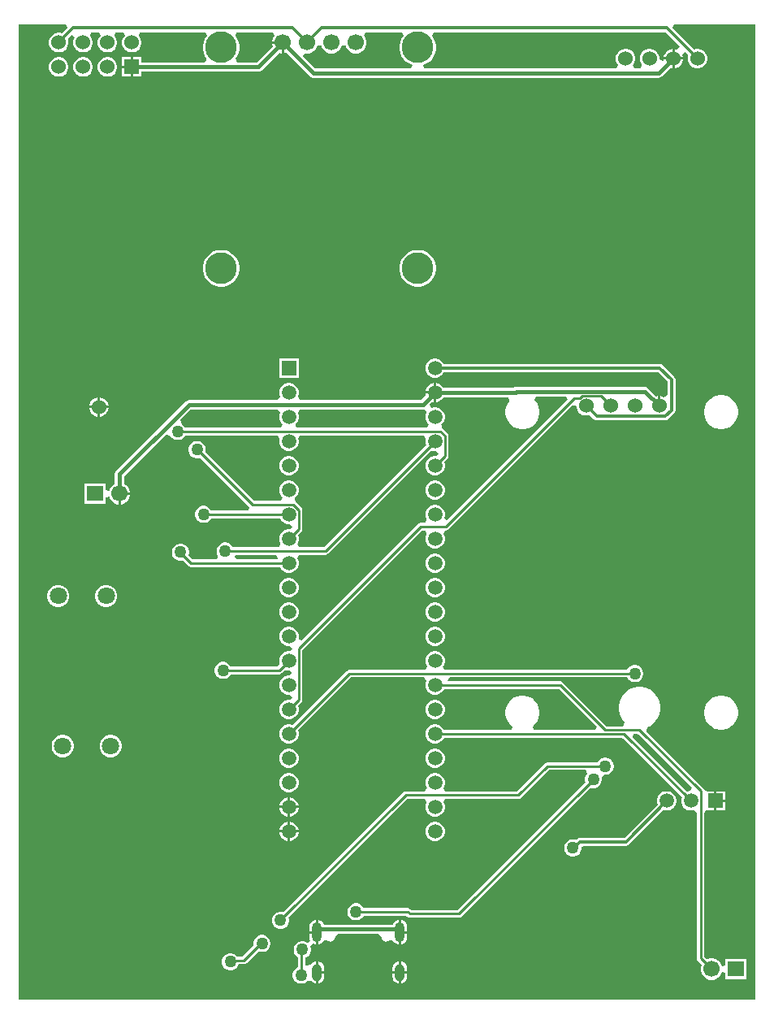
<source format=gbl>
G04*
G04 #@! TF.GenerationSoftware,Altium Limited,Altium Designer,24.6.1 (21)*
G04*
G04 Layer_Physical_Order=2*
G04 Layer_Color=16711680*
%FSLAX25Y25*%
%MOIN*%
G70*
G04*
G04 #@! TF.SameCoordinates,EDD53237-EAC9-4869-82B0-0CFB14AF029E*
G04*
G04*
G04 #@! TF.FilePolarity,Positive*
G04*
G01*
G75*
%ADD10C,0.01000*%
%ADD55C,0.01800*%
%ADD56C,0.01300*%
%ADD59C,0.06000*%
%ADD60R,0.05906X0.05906*%
%ADD61C,0.05906*%
%ADD62O,0.03937X0.07087*%
%ADD63O,0.03937X0.08268*%
%ADD64R,0.06693X0.06200*%
%ADD65C,0.06693*%
%ADD66C,0.07087*%
%ADD67R,0.06000X0.06000*%
%ADD68C,0.05000*%
%ADD69C,0.12992*%
G36*
X402500Y100000D02*
X100000D01*
Y500000D01*
X119500D01*
X120121Y498500D01*
X117890Y496269D01*
X117027Y496500D01*
X115973D01*
X114956Y496227D01*
X114044Y495701D01*
X113299Y494956D01*
X112773Y494044D01*
X112500Y493026D01*
Y491973D01*
X112773Y490956D01*
X113299Y490044D01*
X114044Y489299D01*
X114956Y488772D01*
X115973Y488500D01*
X117027D01*
X118044Y488772D01*
X118956Y489299D01*
X119701Y490044D01*
X120228Y490956D01*
X120500Y491973D01*
Y493026D01*
X120269Y493890D01*
X121884Y495505D01*
X123084Y494584D01*
X122773Y494044D01*
X122500Y493026D01*
Y491973D01*
X122773Y490956D01*
X123299Y490044D01*
X124044Y489299D01*
X124956Y488772D01*
X125973Y488500D01*
X127027D01*
X128044Y488772D01*
X128956Y489299D01*
X129701Y490044D01*
X130227Y490956D01*
X130500Y491973D01*
Y493026D01*
X130227Y494044D01*
X129701Y494956D01*
X129339Y495318D01*
X129881Y496818D01*
X133120D01*
X133661Y495318D01*
X133299Y494956D01*
X132773Y494044D01*
X132500Y493026D01*
Y491973D01*
X132773Y490956D01*
X133299Y490044D01*
X134044Y489299D01*
X134956Y488772D01*
X135974Y488500D01*
X137027D01*
X138044Y488772D01*
X138956Y489299D01*
X139701Y490044D01*
X140227Y490956D01*
X140500Y491973D01*
Y493026D01*
X140227Y494044D01*
X139701Y494956D01*
X139339Y495318D01*
X139881Y496818D01*
X143120D01*
X143661Y495318D01*
X143299Y494956D01*
X142773Y494044D01*
X142500Y493026D01*
Y491973D01*
X142773Y490956D01*
X143299Y490044D01*
X144044Y489299D01*
X144956Y488772D01*
X145974Y488500D01*
X147027D01*
X148044Y488772D01*
X148956Y489299D01*
X149701Y490044D01*
X150227Y490956D01*
X150500Y491973D01*
Y493026D01*
X150227Y494044D01*
X149701Y494956D01*
X149339Y495318D01*
X149881Y496818D01*
X176709D01*
X177331Y495318D01*
X177323Y495310D01*
X176503Y494082D01*
X175938Y492718D01*
X175649Y491270D01*
Y489793D01*
X175938Y488345D01*
X176503Y486981D01*
X177200Y485937D01*
X177016Y485252D01*
X176517Y484437D01*
X150500D01*
Y486500D01*
X147000D01*
Y482500D01*
Y478500D01*
X150500D01*
Y480563D01*
X198500D01*
X199241Y480710D01*
X199870Y481130D01*
X207112Y488372D01*
X207928Y488154D01*
X208000D01*
Y492000D01*
X204153D01*
Y491928D01*
X204372Y491112D01*
X197698Y484437D01*
X189774D01*
X189275Y485252D01*
X189091Y485937D01*
X189788Y486981D01*
X190354Y488345D01*
X190642Y489793D01*
Y491270D01*
X190354Y492718D01*
X189788Y494082D01*
X188968Y495310D01*
X188960Y495318D01*
X189582Y496818D01*
X204550D01*
X205171Y495318D01*
X205022Y495169D01*
X204450Y494178D01*
X204153Y493072D01*
Y493000D01*
X208500D01*
Y492500D01*
X209000D01*
Y488154D01*
X209072D01*
X209888Y488372D01*
X219630Y478630D01*
X220259Y478210D01*
X221000Y478063D01*
X362843D01*
X363584Y478210D01*
X364212Y478630D01*
X367737Y482155D01*
X368316Y482000D01*
X368343D01*
Y485500D01*
X364843D01*
Y485473D01*
X364858Y485415D01*
X364443Y485063D01*
X363798Y485247D01*
X363000Y485807D01*
Y486527D01*
X362727Y487544D01*
X362201Y488456D01*
X361456Y489201D01*
X360544Y489727D01*
X359527Y490000D01*
X358473D01*
X357456Y489727D01*
X356544Y489201D01*
X355799Y488456D01*
X355273Y487544D01*
X355000Y486527D01*
Y485473D01*
X355273Y484456D01*
X355799Y483544D01*
X355906Y483437D01*
X355285Y481937D01*
X352873D01*
X352252Y483437D01*
X352358Y483544D01*
X352885Y484456D01*
X353157Y485473D01*
Y486527D01*
X352885Y487544D01*
X352358Y488456D01*
X351613Y489201D01*
X350701Y489727D01*
X349684Y490000D01*
X348631D01*
X347614Y489727D01*
X346701Y489201D01*
X345957Y488456D01*
X345430Y487544D01*
X345157Y486527D01*
Y485473D01*
X345430Y484456D01*
X345957Y483544D01*
X346063Y483437D01*
X345442Y481937D01*
X266461D01*
X266041Y483323D01*
X267405Y483888D01*
X268633Y484709D01*
X269677Y485753D01*
X270497Y486981D01*
X271062Y488345D01*
X271351Y489793D01*
Y491270D01*
X271062Y492718D01*
X270497Y494082D01*
X269677Y495310D01*
X269669Y495318D01*
X270290Y496818D01*
X365488D01*
X371475Y490831D01*
X370553Y489631D01*
X370387Y489727D01*
X369369Y490000D01*
X369343D01*
Y486500D01*
X372843D01*
Y486527D01*
X372570Y487544D01*
X372474Y487711D01*
X373674Y488632D01*
X374916Y487390D01*
X374685Y486527D01*
Y485473D01*
X374958Y484456D01*
X375484Y483544D01*
X376229Y482799D01*
X377141Y482273D01*
X378158Y482000D01*
X379212D01*
X380229Y482273D01*
X381141Y482799D01*
X381886Y483544D01*
X382412Y484456D01*
X382685Y485473D01*
Y486527D01*
X382412Y487544D01*
X381886Y488456D01*
X381141Y489201D01*
X380229Y489727D01*
X379212Y490000D01*
X378158D01*
X377295Y489769D01*
X368564Y498500D01*
X369185Y500000D01*
X402500D01*
Y100000D01*
D02*
G37*
G36*
X258040Y495318D02*
X258032Y495310D01*
X257211Y494082D01*
X256646Y492718D01*
X256358Y491270D01*
Y489793D01*
X256646Y488345D01*
X257211Y486981D01*
X258032Y485753D01*
X259076Y484709D01*
X260304Y483888D01*
X261668Y483323D01*
X261248Y481937D01*
X221802D01*
X216850Y486889D01*
X217627Y488234D01*
X217928Y488154D01*
X219072D01*
X220178Y488450D01*
X221169Y489022D01*
X221978Y489831D01*
X222550Y490822D01*
X222724Y491469D01*
X224276D01*
X224450Y490822D01*
X225022Y489831D01*
X225831Y489022D01*
X226822Y488450D01*
X227928Y488154D01*
X229072D01*
X230178Y488450D01*
X231169Y489022D01*
X231978Y489831D01*
X232550Y490822D01*
X232723Y491469D01*
X234277D01*
X234450Y490822D01*
X235022Y489831D01*
X235831Y489022D01*
X236822Y488450D01*
X237928Y488154D01*
X239072D01*
X240178Y488450D01*
X241169Y489022D01*
X241978Y489831D01*
X242550Y490822D01*
X242846Y491928D01*
Y493072D01*
X242550Y494178D01*
X241978Y495169D01*
X241829Y495318D01*
X242450Y496818D01*
X257418D01*
X258040Y495318D01*
D02*
G37*
%LPC*%
G36*
X368343Y490000D02*
X368316D01*
X367299Y489727D01*
X366387Y489201D01*
X365642Y488456D01*
X365115Y487544D01*
X364843Y486527D01*
Y486500D01*
X368343D01*
Y490000D01*
D02*
G37*
G36*
X146000Y486500D02*
X142500D01*
Y483000D01*
X146000D01*
Y486500D01*
D02*
G37*
G36*
X372843Y485500D02*
X369343D01*
Y482000D01*
X369369D01*
X370387Y482273D01*
X371299Y482799D01*
X372043Y483544D01*
X372570Y484456D01*
X372843Y485473D01*
Y485500D01*
D02*
G37*
G36*
X146000Y482000D02*
X142500D01*
Y478500D01*
X146000D01*
Y482000D01*
D02*
G37*
G36*
X137027Y486500D02*
X135974D01*
X134956Y486227D01*
X134044Y485701D01*
X133299Y484956D01*
X132773Y484044D01*
X132500Y483027D01*
Y481973D01*
X132773Y480956D01*
X133299Y480044D01*
X134044Y479299D01*
X134956Y478773D01*
X135974Y478500D01*
X137027D01*
X138044Y478773D01*
X138956Y479299D01*
X139701Y480044D01*
X140227Y480956D01*
X140500Y481973D01*
Y483027D01*
X140227Y484044D01*
X139701Y484956D01*
X138956Y485701D01*
X138044Y486227D01*
X137027Y486500D01*
D02*
G37*
G36*
X127027D02*
X125973D01*
X124956Y486227D01*
X124044Y485701D01*
X123299Y484956D01*
X122773Y484044D01*
X122500Y483027D01*
Y481973D01*
X122773Y480956D01*
X123299Y480044D01*
X124044Y479299D01*
X124956Y478773D01*
X125973Y478500D01*
X127027D01*
X128044Y478773D01*
X128956Y479299D01*
X129701Y480044D01*
X130227Y480956D01*
X130500Y481973D01*
Y483027D01*
X130227Y484044D01*
X129701Y484956D01*
X128956Y485701D01*
X128044Y486227D01*
X127027Y486500D01*
D02*
G37*
G36*
X117027Y486500D02*
X115973D01*
X114956Y486227D01*
X114044Y485701D01*
X113299Y484956D01*
X112773Y484044D01*
X112500Y483026D01*
Y481973D01*
X112773Y480956D01*
X113299Y480044D01*
X114044Y479299D01*
X114956Y478772D01*
X115973Y478500D01*
X117027D01*
X118044Y478772D01*
X118956Y479299D01*
X119701Y480044D01*
X120228Y480956D01*
X120500Y481973D01*
Y483026D01*
X120228Y484044D01*
X119701Y484956D01*
X118956Y485701D01*
X118044Y486227D01*
X117027Y486500D01*
D02*
G37*
G36*
X264593Y407477D02*
X263116D01*
X261668Y407188D01*
X260304Y406623D01*
X259076Y405803D01*
X258032Y404759D01*
X257211Y403531D01*
X256646Y402167D01*
X256358Y400719D01*
Y399242D01*
X256646Y397794D01*
X257211Y396430D01*
X258032Y395202D01*
X259076Y394158D01*
X260304Y393337D01*
X261668Y392772D01*
X263116Y392484D01*
X264593D01*
X266041Y392772D01*
X267405Y393337D01*
X268633Y394158D01*
X269677Y395202D01*
X270497Y396430D01*
X271062Y397794D01*
X271351Y399242D01*
Y400719D01*
X271062Y402167D01*
X270497Y403531D01*
X269677Y404759D01*
X268633Y405803D01*
X267405Y406623D01*
X266041Y407188D01*
X264593Y407477D01*
D02*
G37*
G36*
X183884D02*
X182407D01*
X180959Y407188D01*
X179595Y406623D01*
X178367Y405803D01*
X177323Y404759D01*
X176503Y403531D01*
X175938Y402167D01*
X175649Y400719D01*
Y399242D01*
X175938Y397794D01*
X176503Y396430D01*
X177323Y395202D01*
X178367Y394158D01*
X179595Y393337D01*
X180959Y392772D01*
X182407Y392484D01*
X183884D01*
X185332Y392772D01*
X186696Y393337D01*
X187924Y394158D01*
X188968Y395202D01*
X189788Y396430D01*
X190354Y397794D01*
X190642Y399242D01*
Y400719D01*
X190354Y402167D01*
X189788Y403531D01*
X188968Y404759D01*
X187924Y405803D01*
X186696Y406623D01*
X185332Y407188D01*
X183884Y407477D01*
D02*
G37*
G36*
X214953Y362953D02*
X207047D01*
Y355047D01*
X214953D01*
Y362953D01*
D02*
G37*
G36*
X270500Y352953D02*
X270480D01*
X269474Y352683D01*
X268573Y352163D01*
X267837Y351427D01*
X267317Y350526D01*
X267047Y349520D01*
Y349500D01*
X270500D01*
Y352953D01*
D02*
G37*
G36*
X388354Y347978D02*
X388352Y347977D01*
X388350Y347978D01*
X387713Y347973D01*
X387663Y347951D01*
X387608Y347961D01*
X386362Y347704D01*
X386317Y347673D01*
X386262Y347672D01*
X385089Y347178D01*
X385051Y347138D01*
X384997Y347127D01*
X383943Y346415D01*
X383912Y346369D01*
X383861Y346347D01*
X382965Y345444D01*
X382945Y345392D01*
X382899Y345362D01*
X382195Y344301D01*
X382185Y344247D01*
X382146Y344208D01*
X381662Y343032D01*
X381662Y342976D01*
X381631Y342931D01*
X381384Y341682D01*
X381395Y341628D01*
X381374Y341577D01*
Y340305D01*
X381395Y340254D01*
X381384Y340200D01*
X381631Y338952D01*
X381662Y338906D01*
X381662Y338851D01*
X382146Y337674D01*
X382185Y337635D01*
X382195Y337581D01*
X382899Y336521D01*
X382945Y336490D01*
X382965Y336439D01*
X383861Y335535D01*
X383912Y335514D01*
X383943Y335468D01*
X384997Y334755D01*
X385051Y334744D01*
X385089Y334705D01*
X386262Y334210D01*
X386317Y334210D01*
X386362Y334179D01*
X387609Y333921D01*
X387663Y333931D01*
X387713Y333910D01*
X388350Y333904D01*
X388354Y333906D01*
X388359Y333904D01*
X388995Y333910D01*
X389046Y333931D01*
X389100Y333921D01*
X390346Y334179D01*
X390392Y334210D01*
X390447Y334210D01*
X391619Y334705D01*
X391658Y334744D01*
X391712Y334755D01*
X392766Y335468D01*
X392796Y335514D01*
X392847Y335535D01*
X393743Y336439D01*
X393764Y336490D01*
X393810Y336521D01*
X394513Y337581D01*
X394524Y337635D01*
X394563Y337674D01*
X395047Y338851D01*
X395047Y338906D01*
X395077Y338952D01*
X395324Y340200D01*
X395314Y340254D01*
X395335Y340305D01*
Y341577D01*
X395314Y341628D01*
X395324Y341682D01*
X395077Y342931D01*
X395047Y342976D01*
X395047Y343032D01*
X394563Y344208D01*
X394524Y344247D01*
X394513Y344301D01*
X393810Y345362D01*
X393764Y345392D01*
X393743Y345444D01*
X392847Y346347D01*
X392796Y346369D01*
X392766Y346415D01*
X391712Y347127D01*
X391658Y347138D01*
X391619Y347178D01*
X390447Y347672D01*
X390392Y347673D01*
X390346Y347704D01*
X389100Y347961D01*
X389046Y347951D01*
X388995Y347973D01*
X388359Y347978D01*
X388357Y347977D01*
X388354Y347978D01*
D02*
G37*
G36*
X271520Y362953D02*
X270480D01*
X269474Y362683D01*
X268573Y362163D01*
X267837Y361427D01*
X267317Y360526D01*
X267047Y359520D01*
Y358480D01*
X267317Y357474D01*
X267837Y356573D01*
X268573Y355837D01*
X269474Y355317D01*
X270480Y355047D01*
X271520D01*
X272526Y355317D01*
X273427Y355837D01*
X274163Y356573D01*
X274593Y357318D01*
X362503D01*
X366318Y353503D01*
Y347855D01*
X364818Y347070D01*
X364544Y347227D01*
X363527Y347500D01*
X363500D01*
Y343500D01*
X362500D01*
Y347500D01*
X362474D01*
X361895Y347345D01*
X358470Y350770D01*
X357841Y351190D01*
X357100Y351337D01*
X304370D01*
X303629Y351190D01*
X303251Y350937D01*
X274446D01*
X274163Y351427D01*
X273427Y352163D01*
X272526Y352683D01*
X271520Y352953D01*
X271500D01*
Y349000D01*
Y345047D01*
X271520D01*
X272526Y345317D01*
X273427Y345837D01*
X274163Y346573D01*
X274446Y347063D01*
X300962D01*
X301588Y345563D01*
X301469Y345444D01*
X301449Y345392D01*
X301403Y345362D01*
X300699Y344301D01*
X300689Y344247D01*
X300650Y344208D01*
X300166Y343032D01*
X300166Y342976D01*
X300135Y342931D01*
X299888Y341682D01*
X299899Y341628D01*
X299878Y341577D01*
Y340305D01*
X299899Y340254D01*
X299888Y340200D01*
X300135Y338952D01*
X300166Y338906D01*
X300166Y338851D01*
X300650Y337674D01*
X300689Y337635D01*
X300699Y337581D01*
X301403Y336521D01*
X301449Y336490D01*
X301469Y336439D01*
X302365Y335535D01*
X302416Y335514D01*
X302447Y335468D01*
X303501Y334755D01*
X303555Y334744D01*
X303593Y334705D01*
X304766Y334210D01*
X304821Y334210D01*
X304866Y334179D01*
X306113Y333921D01*
X306167Y333931D01*
X306217Y333910D01*
X306854Y333904D01*
X306858Y333906D01*
X306863Y333904D01*
X307499Y333910D01*
X307550Y333931D01*
X307604Y333921D01*
X308850Y334179D01*
X308896Y334210D01*
X308951Y334210D01*
X310123Y334705D01*
X310162Y334744D01*
X310216Y334755D01*
X311270Y335468D01*
X311300Y335514D01*
X311351Y335535D01*
X312247Y336439D01*
X312268Y336490D01*
X312314Y336521D01*
X313017Y337581D01*
X313028Y337635D01*
X313067Y337674D01*
X313551Y338851D01*
X313551Y338906D01*
X313581Y338952D01*
X313828Y340200D01*
X313818Y340254D01*
X313839Y340305D01*
Y341577D01*
X313818Y341628D01*
X313828Y341682D01*
X313581Y342931D01*
X313551Y342976D01*
X313551Y343032D01*
X313067Y344208D01*
X313028Y344247D01*
X313017Y344301D01*
X312314Y345362D01*
X312268Y345392D01*
X312247Y345444D01*
X311733Y345963D01*
X312275Y347463D01*
X324840D01*
X325414Y346077D01*
X275874Y296537D01*
X274674Y297458D01*
X274683Y297474D01*
X274953Y298480D01*
Y299520D01*
X274683Y300526D01*
X274163Y301427D01*
X273427Y302163D01*
X272526Y302683D01*
X271520Y302953D01*
X270480D01*
X269474Y302683D01*
X268573Y302163D01*
X267837Y301427D01*
X267317Y300526D01*
X267047Y299520D01*
Y298480D01*
X267317Y297474D01*
X267573Y297029D01*
X267033Y295787D01*
X266769Y295529D01*
X265000D01*
X264415Y295413D01*
X263919Y295081D01*
X216209Y247372D01*
X214864Y248148D01*
X214953Y248480D01*
Y249520D01*
X214683Y250526D01*
X214163Y251427D01*
X213427Y252163D01*
X212526Y252683D01*
X211520Y252953D01*
X210480D01*
X209474Y252683D01*
X208573Y252163D01*
X207837Y251427D01*
X207317Y250526D01*
X207047Y249520D01*
Y248480D01*
X207317Y247474D01*
X207837Y246573D01*
X208573Y245837D01*
X209474Y245317D01*
X210480Y245047D01*
X211520D01*
X212555Y243891D01*
X211520Y242953D01*
X210480D01*
X209474Y242683D01*
X208573Y242163D01*
X207837Y241427D01*
X207317Y240526D01*
X207047Y239520D01*
Y238480D01*
X207268Y237656D01*
X206297Y236529D01*
X187159D01*
X186801Y237149D01*
X186149Y237801D01*
X185351Y238262D01*
X184461Y238500D01*
X183539D01*
X182649Y238262D01*
X181851Y237801D01*
X181199Y237149D01*
X180738Y236351D01*
X180500Y235461D01*
Y234539D01*
X180738Y233649D01*
X181199Y232851D01*
X181851Y232199D01*
X182649Y231738D01*
X183539Y231500D01*
X184461D01*
X185351Y231738D01*
X186149Y232199D01*
X186801Y232851D01*
X187159Y233471D01*
X207000D01*
X207585Y233587D01*
X208081Y233919D01*
X209478Y235315D01*
X210480Y235047D01*
X211520D01*
X212355Y234000D01*
X212226Y233839D01*
X211093Y232953D01*
X210480D01*
X209474Y232683D01*
X208573Y232163D01*
X207837Y231427D01*
X207317Y230526D01*
X207047Y229520D01*
Y228480D01*
X207317Y227474D01*
X207837Y226573D01*
X208573Y225837D01*
X209474Y225317D01*
X210480Y225047D01*
X211520D01*
X212502Y224087D01*
X211788Y223262D01*
X211277Y222953D01*
X210480D01*
X209474Y222683D01*
X208573Y222163D01*
X207837Y221427D01*
X207317Y220526D01*
X207047Y219520D01*
Y218480D01*
X207317Y217474D01*
X207837Y216573D01*
X208573Y215837D01*
X209474Y215317D01*
X210480Y215047D01*
X211520D01*
X212526Y215317D01*
X213427Y215837D01*
X214163Y216573D01*
X214683Y217474D01*
X214953Y218480D01*
Y219520D01*
X214685Y220522D01*
X216081Y221919D01*
X216413Y222415D01*
X216529Y223000D01*
Y243367D01*
X265634Y292471D01*
X266769D01*
X267033Y292213D01*
X267573Y290971D01*
X267317Y290526D01*
X267047Y289520D01*
Y288480D01*
X267317Y287474D01*
X267837Y286573D01*
X268573Y285837D01*
X269474Y285317D01*
X270480Y285047D01*
X271520D01*
X272526Y285317D01*
X273427Y285837D01*
X274163Y286573D01*
X274683Y287474D01*
X274953Y288480D01*
Y289520D01*
X274683Y290526D01*
X274427Y290971D01*
X274968Y292213D01*
X275231Y292471D01*
X275500D01*
X276085Y292587D01*
X276581Y292919D01*
X327500Y343837D01*
X329000Y343216D01*
Y342973D01*
X329273Y341956D01*
X329800Y341044D01*
X330544Y340299D01*
X331456Y339773D01*
X332474Y339500D01*
X333527D01*
X334390Y339731D01*
X336110Y338010D01*
X336656Y337646D01*
X337300Y337518D01*
X337300Y337518D01*
X365400D01*
X366044Y337646D01*
X366590Y338010D01*
X369190Y340610D01*
X369190Y340610D01*
X369554Y341156D01*
X369682Y341800D01*
X369682Y341800D01*
Y354200D01*
X369682Y354200D01*
X369554Y354844D01*
X369190Y355390D01*
X369190Y355390D01*
X364390Y360190D01*
X363844Y360554D01*
X363200Y360682D01*
X274593D01*
X274163Y361427D01*
X273427Y362163D01*
X272526Y362683D01*
X271520Y362953D01*
D02*
G37*
G36*
X211520Y352953D02*
X210480D01*
X209474Y352683D01*
X208573Y352163D01*
X207837Y351427D01*
X207317Y350526D01*
X207047Y349520D01*
Y348480D01*
X207317Y347474D01*
X207338Y347437D01*
X206472Y345937D01*
X170000D01*
X169259Y345790D01*
X168630Y345370D01*
X140130Y316870D01*
X139710Y316241D01*
X139563Y315500D01*
Y311400D01*
X138831Y310978D01*
X138022Y310169D01*
X137450Y309178D01*
X137346Y308792D01*
X135846Y308990D01*
Y311600D01*
X127154D01*
Y303400D01*
X135846D01*
Y306010D01*
X137346Y306208D01*
X137450Y305822D01*
X138022Y304831D01*
X138831Y304022D01*
X139822Y303450D01*
X140928Y303153D01*
X141000D01*
Y307500D01*
X141500D01*
Y308000D01*
X145846D01*
Y308072D01*
X145550Y309178D01*
X144978Y310169D01*
X144169Y310978D01*
X143437Y311400D01*
Y314698D01*
X160465Y331726D01*
X161164Y331692D01*
X162211Y331350D01*
X162499Y330851D01*
X163151Y330199D01*
X163949Y329738D01*
X164839Y329500D01*
X165761D01*
X166651Y329738D01*
X167449Y330199D01*
X168101Y330851D01*
X168458Y331471D01*
X206130D01*
X206437Y331226D01*
X207168Y329971D01*
X207047Y329520D01*
Y328480D01*
X207317Y327474D01*
X207837Y326573D01*
X208573Y325837D01*
X209474Y325317D01*
X210480Y325047D01*
X211520D01*
X212526Y325317D01*
X213427Y325837D01*
X214163Y326573D01*
X214683Y327474D01*
X214953Y328480D01*
Y329520D01*
X214832Y329971D01*
X215563Y331226D01*
X215870Y331471D01*
X266130D01*
X266437Y331226D01*
X267168Y329971D01*
X267047Y329520D01*
Y328480D01*
X267316Y327478D01*
X225366Y285529D01*
X215231D01*
X214967Y285787D01*
X214426Y287029D01*
X214683Y287474D01*
X214953Y288480D01*
Y289520D01*
X214685Y290522D01*
X216081Y291919D01*
X216413Y292415D01*
X216529Y293000D01*
Y300800D01*
X216413Y301385D01*
X216081Y301881D01*
X213881Y304081D01*
X213652Y304235D01*
X213467Y305412D01*
X213508Y305918D01*
X214163Y306573D01*
X214683Y307474D01*
X214953Y308480D01*
Y309520D01*
X214683Y310526D01*
X214163Y311427D01*
X213427Y312163D01*
X212526Y312683D01*
X211520Y312953D01*
X210480D01*
X209474Y312683D01*
X208573Y312163D01*
X207837Y311427D01*
X207317Y310526D01*
X207047Y309520D01*
Y308480D01*
X207317Y307474D01*
X207837Y306573D01*
X208381Y306029D01*
X208237Y305240D01*
X207838Y304529D01*
X196634D01*
X176715Y324448D01*
X176900Y325139D01*
Y326061D01*
X176662Y326951D01*
X176201Y327749D01*
X175549Y328401D01*
X174751Y328861D01*
X173861Y329100D01*
X172939D01*
X172049Y328861D01*
X171251Y328401D01*
X170599Y327749D01*
X170139Y326951D01*
X169900Y326061D01*
Y325139D01*
X170139Y324249D01*
X170599Y323451D01*
X171251Y322799D01*
X172049Y322339D01*
X172939Y322100D01*
X173861D01*
X174552Y322285D01*
X194808Y302029D01*
X194759Y301561D01*
X194298Y300529D01*
X179158D01*
X178801Y301149D01*
X178149Y301801D01*
X177351Y302261D01*
X176461Y302500D01*
X175539D01*
X174649Y302261D01*
X173851Y301801D01*
X173199Y301149D01*
X172739Y300351D01*
X172500Y299461D01*
Y298539D01*
X172739Y297649D01*
X173199Y296851D01*
X173851Y296199D01*
X174649Y295739D01*
X175539Y295500D01*
X176461D01*
X177351Y295739D01*
X178149Y296199D01*
X178801Y296851D01*
X179158Y297471D01*
X207319D01*
X207837Y296573D01*
X208573Y295837D01*
X209474Y295317D01*
X210480Y295047D01*
X211520D01*
X212502Y294087D01*
X211788Y293262D01*
X211277Y292953D01*
X210480D01*
X209474Y292683D01*
X208573Y292163D01*
X207837Y291427D01*
X207317Y290526D01*
X207047Y289520D01*
Y288480D01*
X207317Y287474D01*
X207574Y287029D01*
X207032Y285787D01*
X206769Y285529D01*
X187959D01*
X187601Y286149D01*
X186949Y286801D01*
X186151Y287262D01*
X185261Y287500D01*
X184339D01*
X183449Y287262D01*
X182651Y286801D01*
X181999Y286149D01*
X181538Y285351D01*
X181300Y284461D01*
Y283539D01*
X181538Y282649D01*
X181896Y282029D01*
X181688Y281336D01*
X181200Y280529D01*
X171324D01*
X169741Y282113D01*
X169762Y282149D01*
X170000Y283039D01*
Y283961D01*
X169762Y284851D01*
X169301Y285649D01*
X168649Y286301D01*
X167851Y286761D01*
X166961Y287000D01*
X166039D01*
X165149Y286761D01*
X164351Y286301D01*
X163699Y285649D01*
X163239Y284851D01*
X163000Y283961D01*
Y283039D01*
X163239Y282149D01*
X163699Y281351D01*
X164351Y280699D01*
X165149Y280239D01*
X166039Y280000D01*
X166961D01*
X167408Y280120D01*
X169609Y277919D01*
X170106Y277587D01*
X170691Y277471D01*
X207319D01*
X207837Y276573D01*
X208573Y275837D01*
X209474Y275317D01*
X210480Y275047D01*
X211520D01*
X212526Y275317D01*
X213427Y275837D01*
X214163Y276573D01*
X214683Y277474D01*
X214953Y278480D01*
Y279520D01*
X214683Y280526D01*
X214426Y280971D01*
X214967Y282213D01*
X215231Y282471D01*
X226000D01*
X226585Y282587D01*
X227081Y282919D01*
X269478Y325315D01*
X270480Y325047D01*
X271520D01*
X272502Y324087D01*
X271788Y323262D01*
X271277Y322953D01*
X270480D01*
X269474Y322683D01*
X268573Y322163D01*
X267837Y321427D01*
X267317Y320526D01*
X267047Y319520D01*
Y318480D01*
X267317Y317474D01*
X267837Y316573D01*
X268573Y315837D01*
X269474Y315317D01*
X270480Y315047D01*
X271520D01*
X272526Y315317D01*
X273427Y315837D01*
X274163Y316573D01*
X274683Y317474D01*
X274953Y318480D01*
Y319520D01*
X274685Y320522D01*
X276081Y321919D01*
X276413Y322415D01*
X276529Y323000D01*
Y331200D01*
X276413Y331785D01*
X276081Y332281D01*
X274281Y334081D01*
X273867Y334359D01*
X273623Y335179D01*
X273574Y335984D01*
X274163Y336573D01*
X274683Y337474D01*
X274953Y338480D01*
Y339520D01*
X274683Y340526D01*
X274163Y341427D01*
X273427Y342163D01*
X272526Y342683D01*
X271520Y342953D01*
X270480D01*
X269474Y342683D01*
X268719Y343979D01*
X269933Y345194D01*
X270480Y345047D01*
X270500D01*
Y348500D01*
X267047D01*
Y348480D01*
X267194Y347933D01*
X265198Y345937D01*
X215528D01*
X214662Y347437D01*
X214683Y347474D01*
X214953Y348480D01*
Y349520D01*
X214683Y350526D01*
X214163Y351427D01*
X213427Y352163D01*
X212526Y352683D01*
X211520Y352953D01*
D02*
G37*
G36*
X133527Y347100D02*
X133500D01*
Y343600D01*
X137000D01*
Y343627D01*
X136727Y344644D01*
X136201Y345556D01*
X135456Y346301D01*
X134544Y346827D01*
X133527Y347100D01*
D02*
G37*
G36*
X132500D02*
X132473D01*
X131456Y346827D01*
X130544Y346301D01*
X129799Y345556D01*
X129273Y344644D01*
X129000Y343627D01*
Y343600D01*
X132500D01*
Y347100D01*
D02*
G37*
G36*
X137000Y342600D02*
X133500D01*
Y339100D01*
X133527D01*
X134544Y339373D01*
X135456Y339899D01*
X136201Y340644D01*
X136727Y341556D01*
X137000Y342573D01*
Y342600D01*
D02*
G37*
G36*
X132500D02*
X129000D01*
Y342573D01*
X129273Y341556D01*
X129799Y340644D01*
X130544Y339899D01*
X131456Y339373D01*
X132473Y339100D01*
X132500D01*
Y342600D01*
D02*
G37*
G36*
X211520Y322953D02*
X210480D01*
X209474Y322683D01*
X208573Y322163D01*
X207837Y321427D01*
X207317Y320526D01*
X207047Y319520D01*
Y318480D01*
X207317Y317474D01*
X207837Y316573D01*
X208573Y315837D01*
X209474Y315317D01*
X210480Y315047D01*
X211520D01*
X212526Y315317D01*
X213427Y315837D01*
X214163Y316573D01*
X214683Y317474D01*
X214953Y318480D01*
Y319520D01*
X214683Y320526D01*
X214163Y321427D01*
X213427Y322163D01*
X212526Y322683D01*
X211520Y322953D01*
D02*
G37*
G36*
X271520Y312953D02*
X270480D01*
X269474Y312683D01*
X268573Y312163D01*
X267837Y311427D01*
X267317Y310526D01*
X267047Y309520D01*
Y308480D01*
X267317Y307474D01*
X267837Y306573D01*
X268573Y305837D01*
X269474Y305317D01*
X270480Y305047D01*
X271520D01*
X272526Y305317D01*
X273427Y305837D01*
X274163Y306573D01*
X274683Y307474D01*
X274953Y308480D01*
Y309520D01*
X274683Y310526D01*
X274163Y311427D01*
X273427Y312163D01*
X272526Y312683D01*
X271520Y312953D01*
D02*
G37*
G36*
X145846Y307000D02*
X142000D01*
Y303153D01*
X142072D01*
X143178Y303450D01*
X144169Y304022D01*
X144978Y304831D01*
X145550Y305822D01*
X145846Y306928D01*
Y307000D01*
D02*
G37*
G36*
X271520Y282953D02*
X270480D01*
X269474Y282683D01*
X268573Y282163D01*
X267837Y281427D01*
X267317Y280526D01*
X267047Y279520D01*
Y278480D01*
X267317Y277474D01*
X267837Y276573D01*
X268573Y275837D01*
X269474Y275317D01*
X270480Y275047D01*
X271520D01*
X272526Y275317D01*
X273427Y275837D01*
X274163Y276573D01*
X274683Y277474D01*
X274953Y278480D01*
Y279520D01*
X274683Y280526D01*
X274163Y281427D01*
X273427Y282163D01*
X272526Y282683D01*
X271520Y282953D01*
D02*
G37*
G36*
Y272953D02*
X270480D01*
X269474Y272683D01*
X268573Y272163D01*
X267837Y271427D01*
X267317Y270526D01*
X267047Y269520D01*
Y268480D01*
X267317Y267474D01*
X267837Y266573D01*
X268573Y265837D01*
X269474Y265317D01*
X270480Y265047D01*
X271520D01*
X272526Y265317D01*
X273427Y265837D01*
X274163Y266573D01*
X274683Y267474D01*
X274953Y268480D01*
Y269520D01*
X274683Y270526D01*
X274163Y271427D01*
X273427Y272163D01*
X272526Y272683D01*
X271520Y272953D01*
D02*
G37*
G36*
X211520D02*
X210480D01*
X209474Y272683D01*
X208573Y272163D01*
X207837Y271427D01*
X207317Y270526D01*
X207047Y269520D01*
Y268480D01*
X207317Y267474D01*
X207837Y266573D01*
X208573Y265837D01*
X209474Y265317D01*
X210480Y265047D01*
X211520D01*
X212526Y265317D01*
X213427Y265837D01*
X214163Y266573D01*
X214683Y267474D01*
X214953Y268480D01*
Y269520D01*
X214683Y270526D01*
X214163Y271427D01*
X213427Y272163D01*
X212526Y272683D01*
X211520Y272953D01*
D02*
G37*
G36*
X136599Y270043D02*
X135403D01*
X134247Y269734D01*
X133211Y269135D01*
X132365Y268290D01*
X131767Y267254D01*
X131457Y266098D01*
Y264902D01*
X131767Y263746D01*
X132365Y262710D01*
X133211Y261864D01*
X134247Y261266D01*
X135403Y260957D01*
X136599D01*
X137754Y261266D01*
X138791Y261864D01*
X139636Y262710D01*
X140234Y263746D01*
X140544Y264902D01*
Y266098D01*
X140234Y267254D01*
X139636Y268290D01*
X138791Y269135D01*
X137754Y269734D01*
X136599Y270043D01*
D02*
G37*
G36*
X116914D02*
X115718D01*
X114562Y269734D01*
X113526Y269135D01*
X112680Y268290D01*
X112082Y267254D01*
X111773Y266098D01*
Y264902D01*
X112082Y263746D01*
X112680Y262710D01*
X113526Y261864D01*
X114562Y261266D01*
X115718Y260957D01*
X116914D01*
X118070Y261266D01*
X119105Y261864D01*
X119951Y262710D01*
X120549Y263746D01*
X120859Y264902D01*
Y266098D01*
X120549Y267254D01*
X119951Y268290D01*
X119105Y269135D01*
X118070Y269734D01*
X116914Y270043D01*
D02*
G37*
G36*
X271520Y262953D02*
X270480D01*
X269474Y262683D01*
X268573Y262163D01*
X267837Y261427D01*
X267317Y260526D01*
X267047Y259520D01*
Y258480D01*
X267317Y257474D01*
X267837Y256573D01*
X268573Y255837D01*
X269474Y255317D01*
X270480Y255047D01*
X271520D01*
X272526Y255317D01*
X273427Y255837D01*
X274163Y256573D01*
X274683Y257474D01*
X274953Y258480D01*
Y259520D01*
X274683Y260526D01*
X274163Y261427D01*
X273427Y262163D01*
X272526Y262683D01*
X271520Y262953D01*
D02*
G37*
G36*
X211520D02*
X210480D01*
X209474Y262683D01*
X208573Y262163D01*
X207837Y261427D01*
X207317Y260526D01*
X207047Y259520D01*
Y258480D01*
X207317Y257474D01*
X207837Y256573D01*
X208573Y255837D01*
X209474Y255317D01*
X210480Y255047D01*
X211520D01*
X212526Y255317D01*
X213427Y255837D01*
X214163Y256573D01*
X214683Y257474D01*
X214953Y258480D01*
Y259520D01*
X214683Y260526D01*
X214163Y261427D01*
X213427Y262163D01*
X212526Y262683D01*
X211520Y262953D01*
D02*
G37*
G36*
X271520Y252953D02*
X270480D01*
X269474Y252683D01*
X268573Y252163D01*
X267837Y251427D01*
X267317Y250526D01*
X267047Y249520D01*
Y248480D01*
X267317Y247474D01*
X267837Y246573D01*
X268573Y245837D01*
X269474Y245317D01*
X270480Y245047D01*
X271520D01*
X272526Y245317D01*
X273427Y245837D01*
X274163Y246573D01*
X274683Y247474D01*
X274953Y248480D01*
Y249520D01*
X274683Y250526D01*
X274163Y251427D01*
X273427Y252163D01*
X272526Y252683D01*
X271520Y252953D01*
D02*
G37*
G36*
Y242953D02*
X270480D01*
X269474Y242683D01*
X268573Y242163D01*
X267837Y241427D01*
X267317Y240526D01*
X267047Y239520D01*
Y238480D01*
X267317Y237474D01*
X267747Y236729D01*
X267565Y236103D01*
X267059Y235229D01*
X235700D01*
X235115Y235113D01*
X234619Y234781D01*
X212522Y212684D01*
X211520Y212953D01*
X210480D01*
X209474Y212683D01*
X208573Y212163D01*
X207837Y211427D01*
X207317Y210526D01*
X207047Y209520D01*
Y208480D01*
X207317Y207474D01*
X207837Y206573D01*
X208573Y205837D01*
X209474Y205317D01*
X210480Y205047D01*
X211520D01*
X212526Y205317D01*
X213427Y205837D01*
X214163Y206573D01*
X214683Y207474D01*
X214953Y208480D01*
Y209520D01*
X214685Y210522D01*
X236333Y232171D01*
X266534D01*
X267400Y230671D01*
X267317Y230526D01*
X267047Y229520D01*
Y228480D01*
X267317Y227474D01*
X267837Y226573D01*
X268573Y225837D01*
X269474Y225317D01*
X270480Y225047D01*
X271520D01*
X272526Y225317D01*
X273427Y225837D01*
X274163Y226573D01*
X274681Y227471D01*
X321866D01*
X337422Y211915D01*
X336848Y210529D01*
X311419D01*
X310959Y212029D01*
X311270Y212240D01*
X311300Y212286D01*
X311351Y212307D01*
X312247Y213211D01*
X312268Y213262D01*
X312314Y213293D01*
X313017Y214353D01*
X313028Y214407D01*
X313067Y214446D01*
X313551Y215623D01*
X313551Y215678D01*
X313581Y215724D01*
X313828Y216972D01*
X313818Y217026D01*
X313839Y217077D01*
Y218349D01*
X313818Y218400D01*
X313828Y218454D01*
X313581Y219703D01*
X313551Y219748D01*
X313551Y219804D01*
X313067Y220980D01*
X313028Y221019D01*
X313017Y221073D01*
X312314Y222134D01*
X312268Y222165D01*
X312247Y222216D01*
X311351Y223119D01*
X311300Y223141D01*
X311270Y223187D01*
X310216Y223899D01*
X310162Y223910D01*
X310123Y223950D01*
X308951Y224444D01*
X308896Y224445D01*
X308850Y224476D01*
X307604Y224733D01*
X307550Y224723D01*
X307499Y224745D01*
X306863Y224750D01*
X306861Y224749D01*
X306858Y224750D01*
X306856Y224749D01*
X306854Y224750D01*
X306217Y224745D01*
X306167Y224723D01*
X306112Y224733D01*
X304866Y224476D01*
X304821Y224445D01*
X304766Y224444D01*
X303593Y223950D01*
X303555Y223910D01*
X303501Y223899D01*
X302447Y223187D01*
X302416Y223141D01*
X302365Y223119D01*
X301469Y222216D01*
X301449Y222165D01*
X301403Y222134D01*
X300699Y221073D01*
X300689Y221019D01*
X300650Y220980D01*
X300166Y219804D01*
X300166Y219748D01*
X300135Y219703D01*
X299888Y218454D01*
X299899Y218400D01*
X299878Y218349D01*
Y217077D01*
X299899Y217026D01*
X299888Y216972D01*
X300135Y215724D01*
X300166Y215678D01*
X300166Y215623D01*
X300650Y214446D01*
X300689Y214407D01*
X300699Y214353D01*
X301403Y213293D01*
X301449Y213262D01*
X301469Y213211D01*
X302365Y212307D01*
X302416Y212286D01*
X302447Y212240D01*
X302758Y212029D01*
X302298Y210529D01*
X274681D01*
X274163Y211427D01*
X273427Y212163D01*
X272526Y212683D01*
X271520Y212953D01*
X270480D01*
X269474Y212683D01*
X268573Y212163D01*
X267837Y211427D01*
X267317Y210526D01*
X267047Y209520D01*
Y208480D01*
X267317Y207474D01*
X267837Y206573D01*
X268573Y205837D01*
X269474Y205317D01*
X270480Y205047D01*
X271520D01*
X272526Y205317D01*
X273427Y205837D01*
X274163Y206573D01*
X274681Y207471D01*
X347867D01*
X372316Y183022D01*
X372047Y182020D01*
Y180980D01*
X372317Y179974D01*
X372837Y179073D01*
X373573Y178337D01*
X374474Y177817D01*
X375480Y177547D01*
X376520D01*
X376971Y177668D01*
X378226Y176937D01*
X378471Y176630D01*
Y117000D01*
X378587Y116415D01*
X378919Y115919D01*
X380526Y114311D01*
X380450Y114178D01*
X380153Y113072D01*
Y111928D01*
X380450Y110822D01*
X381022Y109831D01*
X381831Y109022D01*
X382822Y108450D01*
X383928Y108153D01*
X385072D01*
X386178Y108450D01*
X387169Y109022D01*
X387978Y109831D01*
X388550Y110822D01*
X388653Y111208D01*
X390154Y111010D01*
Y108400D01*
X398847D01*
Y116600D01*
X390154D01*
Y113990D01*
X388653Y113792D01*
X388550Y114178D01*
X387978Y115169D01*
X387169Y115978D01*
X386178Y116550D01*
X385072Y116847D01*
X383928D01*
X382822Y116550D01*
X382689Y116473D01*
X381529Y117633D01*
Y176262D01*
X382047Y177547D01*
X383029Y177547D01*
X385500D01*
Y181500D01*
Y185453D01*
X382933D01*
X382638Y185463D01*
X381574Y186003D01*
X381097Y186559D01*
X381081Y186581D01*
X357646Y210017D01*
X357632Y210115D01*
X358082Y211702D01*
X358903Y212047D01*
X358942Y212086D01*
X358996Y212097D01*
X360310Y212982D01*
X360340Y213028D01*
X360391Y213049D01*
X361508Y214173D01*
X361528Y214224D01*
X361574Y214254D01*
X362451Y215573D01*
X362462Y215627D01*
X362501Y215667D01*
X363105Y217130D01*
X363105Y217186D01*
X363135Y217232D01*
X363443Y218785D01*
X363432Y218839D01*
X363453Y218890D01*
Y220474D01*
X363432Y220525D01*
X363443Y220579D01*
X363135Y222132D01*
X363105Y222178D01*
X363105Y222234D01*
X362501Y223698D01*
X362462Y223737D01*
X362451Y223791D01*
X361574Y225110D01*
X361528Y225141D01*
X361508Y225191D01*
X360391Y226315D01*
X360340Y226336D01*
X360310Y226382D01*
X358996Y227267D01*
X358942Y227278D01*
X358903Y227317D01*
X357443Y227930D01*
X357388Y227930D01*
X357342Y227961D01*
X355790Y228278D01*
X355736Y228268D01*
X355685Y228289D01*
X354894Y228294D01*
X354892Y228293D01*
X354890Y228294D01*
X354889Y228293D01*
X354887Y228294D01*
X354095Y228289D01*
X354044Y228268D01*
X353990Y228278D01*
X352439Y227961D01*
X352393Y227930D01*
X352338Y227930D01*
X350877Y227317D01*
X350838Y227278D01*
X350784Y227267D01*
X349471Y226382D01*
X349441Y226336D01*
X349390Y226315D01*
X348273Y225191D01*
X348252Y225140D01*
X348206Y225110D01*
X347329Y223791D01*
X347319Y223737D01*
X347280Y223698D01*
X346676Y222234D01*
X346676Y222178D01*
X346645Y222132D01*
X346338Y220579D01*
X346349Y220525D01*
X346327Y220474D01*
Y218890D01*
X346349Y218839D01*
X346338Y218785D01*
X346645Y217232D01*
X346676Y217186D01*
X346676Y217130D01*
X347280Y215667D01*
X347319Y215627D01*
X347329Y215573D01*
X348206Y214254D01*
X348252Y214224D01*
X348273Y214173D01*
X348813Y213629D01*
X348189Y212129D01*
X341533D01*
X323581Y230081D01*
X323085Y230413D01*
X322500Y230529D01*
X276250D01*
X276169Y230671D01*
X277035Y232171D01*
X349841D01*
X350199Y231551D01*
X350851Y230899D01*
X351649Y230438D01*
X352539Y230200D01*
X353461D01*
X354351Y230438D01*
X355149Y230899D01*
X355801Y231551D01*
X356261Y232349D01*
X356500Y233239D01*
Y234161D01*
X356261Y235051D01*
X355801Y235849D01*
X355149Y236501D01*
X354351Y236962D01*
X353461Y237200D01*
X352539D01*
X351649Y236962D01*
X350851Y236501D01*
X350199Y235849D01*
X349841Y235229D01*
X274941D01*
X274435Y236103D01*
X274253Y236729D01*
X274683Y237474D01*
X274953Y238480D01*
Y239520D01*
X274683Y240526D01*
X274163Y241427D01*
X273427Y242163D01*
X272526Y242683D01*
X271520Y242953D01*
D02*
G37*
G36*
X388354Y224750D02*
X388352Y224749D01*
X388350Y224750D01*
X387713Y224745D01*
X387663Y224723D01*
X387608Y224733D01*
X386362Y224476D01*
X386317Y224445D01*
X386262Y224444D01*
X385089Y223950D01*
X385051Y223910D01*
X384997Y223899D01*
X383943Y223187D01*
X383912Y223141D01*
X383861Y223119D01*
X382965Y222216D01*
X382945Y222165D01*
X382899Y222134D01*
X382195Y221073D01*
X382185Y221019D01*
X382146Y220980D01*
X381662Y219804D01*
X381662Y219748D01*
X381631Y219703D01*
X381384Y218454D01*
X381395Y218400D01*
X381374Y218349D01*
Y217077D01*
X381395Y217026D01*
X381384Y216972D01*
X381631Y215724D01*
X381662Y215678D01*
X381662Y215623D01*
X382146Y214446D01*
X382185Y214407D01*
X382195Y214353D01*
X382899Y213293D01*
X382945Y213262D01*
X382965Y213211D01*
X383861Y212307D01*
X383912Y212286D01*
X383943Y212240D01*
X384997Y211527D01*
X385051Y211516D01*
X385089Y211477D01*
X386262Y210982D01*
X386317Y210982D01*
X386362Y210951D01*
X387609Y210693D01*
X387663Y210703D01*
X387713Y210682D01*
X388350Y210676D01*
X388354Y210678D01*
X388359Y210676D01*
X388995Y210682D01*
X389046Y210703D01*
X389100Y210693D01*
X390346Y210951D01*
X390392Y210982D01*
X390447Y210982D01*
X391619Y211477D01*
X391658Y211516D01*
X391712Y211527D01*
X392766Y212240D01*
X392796Y212286D01*
X392847Y212307D01*
X393743Y213211D01*
X393764Y213262D01*
X393810Y213293D01*
X394513Y214353D01*
X394524Y214407D01*
X394563Y214446D01*
X395047Y215623D01*
X395047Y215678D01*
X395077Y215724D01*
X395324Y216972D01*
X395314Y217026D01*
X395335Y217077D01*
Y218349D01*
X395314Y218400D01*
X395324Y218454D01*
X395077Y219703D01*
X395047Y219748D01*
X395047Y219804D01*
X394563Y220980D01*
X394524Y221019D01*
X394513Y221073D01*
X393810Y222134D01*
X393764Y222165D01*
X393743Y222216D01*
X392847Y223119D01*
X392796Y223141D01*
X392766Y223187D01*
X391712Y223899D01*
X391658Y223910D01*
X391619Y223950D01*
X390447Y224444D01*
X390392Y224445D01*
X390346Y224476D01*
X389100Y224733D01*
X389046Y224723D01*
X388995Y224745D01*
X388359Y224750D01*
X388357Y224749D01*
X388354Y224750D01*
D02*
G37*
G36*
X271520Y222953D02*
X270480D01*
X269474Y222683D01*
X268573Y222163D01*
X267837Y221427D01*
X267317Y220526D01*
X267047Y219520D01*
Y218480D01*
X267317Y217474D01*
X267837Y216573D01*
X268573Y215837D01*
X269474Y215317D01*
X270480Y215047D01*
X271520D01*
X272526Y215317D01*
X273427Y215837D01*
X274163Y216573D01*
X274683Y217474D01*
X274953Y218480D01*
Y219520D01*
X274683Y220526D01*
X274163Y221427D01*
X273427Y222163D01*
X272526Y222683D01*
X271520Y222953D01*
D02*
G37*
G36*
X138441Y208543D02*
X137244D01*
X136089Y208234D01*
X135053Y207635D01*
X134207Y206790D01*
X133609Y205754D01*
X133299Y204598D01*
Y203402D01*
X133609Y202246D01*
X134207Y201210D01*
X135053Y200364D01*
X136089Y199766D01*
X137244Y199457D01*
X138441D01*
X139596Y199766D01*
X140632Y200364D01*
X141478Y201210D01*
X142076Y202246D01*
X142386Y203402D01*
Y204598D01*
X142076Y205754D01*
X141478Y206790D01*
X140632Y207635D01*
X139596Y208234D01*
X138441Y208543D01*
D02*
G37*
G36*
X118756D02*
X117559D01*
X116404Y208234D01*
X115368Y207635D01*
X114522Y206790D01*
X113924Y205754D01*
X113614Y204598D01*
Y203402D01*
X113924Y202246D01*
X114522Y201210D01*
X115368Y200364D01*
X116404Y199766D01*
X117559Y199457D01*
X118756D01*
X119911Y199766D01*
X120947Y200364D01*
X121793Y201210D01*
X122391Y202246D01*
X122701Y203402D01*
Y204598D01*
X122391Y205754D01*
X121793Y206790D01*
X120947Y207635D01*
X119911Y208234D01*
X118756Y208543D01*
D02*
G37*
G36*
X271520Y202953D02*
X270480D01*
X269474Y202683D01*
X268573Y202163D01*
X267837Y201427D01*
X267317Y200526D01*
X267047Y199520D01*
Y198480D01*
X267317Y197474D01*
X267837Y196573D01*
X268573Y195837D01*
X269474Y195317D01*
X270480Y195047D01*
X271520D01*
X272526Y195317D01*
X273427Y195837D01*
X274163Y196573D01*
X274683Y197474D01*
X274953Y198480D01*
Y199520D01*
X274683Y200526D01*
X274163Y201427D01*
X273427Y202163D01*
X272526Y202683D01*
X271520Y202953D01*
D02*
G37*
G36*
X211520D02*
X210480D01*
X209474Y202683D01*
X208573Y202163D01*
X207837Y201427D01*
X207317Y200526D01*
X207047Y199520D01*
Y198480D01*
X207317Y197474D01*
X207837Y196573D01*
X208573Y195837D01*
X209474Y195317D01*
X210480Y195047D01*
X211520D01*
X212526Y195317D01*
X213427Y195837D01*
X214163Y196573D01*
X214683Y197474D01*
X214953Y198480D01*
Y199520D01*
X214683Y200526D01*
X214163Y201427D01*
X213427Y202163D01*
X212526Y202683D01*
X211520Y202953D01*
D02*
G37*
G36*
X341261Y199200D02*
X340339D01*
X339449Y198961D01*
X338651Y198501D01*
X337999Y197849D01*
X337642Y197229D01*
X317000D01*
X316415Y197113D01*
X315919Y196781D01*
X304567Y185429D01*
X275141D01*
X274791Y185839D01*
X274369Y186929D01*
X274683Y187474D01*
X274953Y188480D01*
Y189520D01*
X274683Y190526D01*
X274163Y191427D01*
X273427Y192163D01*
X272526Y192683D01*
X271520Y192953D01*
X270480D01*
X269474Y192683D01*
X268573Y192163D01*
X267837Y191427D01*
X267317Y190526D01*
X267047Y189520D01*
Y188480D01*
X267317Y187474D01*
X267631Y186929D01*
X267209Y185839D01*
X266859Y185429D01*
X259000D01*
X258415Y185313D01*
X257919Y184981D01*
X208752Y135815D01*
X208061Y136000D01*
X207139D01*
X206249Y135761D01*
X205451Y135301D01*
X204799Y134649D01*
X204339Y133851D01*
X204100Y132961D01*
Y132039D01*
X204339Y131149D01*
X204799Y130351D01*
X205451Y129699D01*
X206249Y129238D01*
X207139Y129000D01*
X208061D01*
X208951Y129238D01*
X209749Y129699D01*
X210401Y130351D01*
X210861Y131149D01*
X211100Y132039D01*
Y132961D01*
X210915Y133652D01*
X259633Y182371D01*
X266728D01*
X266834Y182280D01*
X267516Y180871D01*
X267317Y180526D01*
X267047Y179520D01*
Y178480D01*
X267317Y177474D01*
X267837Y176573D01*
X268573Y175837D01*
X269474Y175317D01*
X270480Y175047D01*
X271520D01*
X272526Y175317D01*
X273427Y175837D01*
X274163Y176573D01*
X274683Y177474D01*
X274953Y178480D01*
Y179520D01*
X274683Y180526D01*
X274484Y180871D01*
X275166Y182280D01*
X275272Y182371D01*
X305200D01*
X305785Y182487D01*
X306281Y182819D01*
X317634Y194171D01*
X332813D01*
X333421Y192671D01*
X333199Y192449D01*
X332738Y191651D01*
X332500Y190761D01*
Y189839D01*
X332685Y189148D01*
X280266Y136729D01*
X261275D01*
X260923Y137081D01*
X260426Y137413D01*
X259841Y137529D01*
X241658D01*
X241301Y138149D01*
X240649Y138801D01*
X239851Y139261D01*
X238961Y139500D01*
X238039D01*
X237149Y139261D01*
X236351Y138801D01*
X235699Y138149D01*
X235239Y137351D01*
X235000Y136461D01*
Y135539D01*
X235239Y134649D01*
X235699Y133851D01*
X236351Y133199D01*
X237149Y132738D01*
X238039Y132500D01*
X238961D01*
X239851Y132738D01*
X240649Y133199D01*
X241301Y133851D01*
X241658Y134471D01*
X259208D01*
X259560Y134119D01*
X260056Y133787D01*
X260641Y133671D01*
X280900D01*
X281485Y133787D01*
X281981Y134119D01*
X334848Y186985D01*
X335539Y186800D01*
X336461D01*
X337351Y187039D01*
X338149Y187499D01*
X338801Y188151D01*
X339262Y188949D01*
X339500Y189839D01*
Y190761D01*
X339468Y190881D01*
X339920Y191566D01*
X340587Y192200D01*
X340587Y192200D01*
X341261D01*
X342151Y192438D01*
X342949Y192899D01*
X343601Y193551D01*
X344061Y194349D01*
X344300Y195239D01*
Y196161D01*
X344061Y197051D01*
X343601Y197849D01*
X342949Y198501D01*
X342151Y198961D01*
X341261Y199200D01*
D02*
G37*
G36*
X211520Y192953D02*
X210480D01*
X209474Y192683D01*
X208573Y192163D01*
X207837Y191427D01*
X207317Y190526D01*
X207047Y189520D01*
Y188480D01*
X207317Y187474D01*
X207837Y186573D01*
X208573Y185837D01*
X209474Y185317D01*
X210480Y185047D01*
X211520D01*
X212526Y185317D01*
X213427Y185837D01*
X214163Y186573D01*
X214683Y187474D01*
X214953Y188480D01*
Y189520D01*
X214683Y190526D01*
X214163Y191427D01*
X213427Y192163D01*
X212526Y192683D01*
X211520Y192953D01*
D02*
G37*
G36*
X386500Y185453D02*
Y182000D01*
X389953D01*
Y185453D01*
X386500D01*
D02*
G37*
G36*
X211520Y182953D02*
X211500D01*
Y179500D01*
X214953D01*
Y179520D01*
X214683Y180526D01*
X214163Y181427D01*
X213427Y182163D01*
X212526Y182683D01*
X211520Y182953D01*
D02*
G37*
G36*
X210500D02*
X210480D01*
X209474Y182683D01*
X208573Y182163D01*
X207837Y181427D01*
X207317Y180526D01*
X207047Y179520D01*
Y179500D01*
X210500D01*
Y182953D01*
D02*
G37*
G36*
X389953Y181000D02*
X386500D01*
Y177547D01*
X389953D01*
Y181000D01*
D02*
G37*
G36*
X366520Y185453D02*
X365480D01*
X364474Y185183D01*
X363573Y184663D01*
X362837Y183927D01*
X362317Y183026D01*
X362047Y182020D01*
Y180980D01*
X362270Y180149D01*
X348603Y166482D01*
X330596D01*
X330596Y166482D01*
X329952Y166354D01*
X329406Y165990D01*
X329406Y165990D01*
X328897Y165480D01*
X328835Y165516D01*
X327945Y165755D01*
X327023D01*
X326133Y165516D01*
X325335Y165056D01*
X324683Y164404D01*
X324223Y163606D01*
X323984Y162716D01*
Y161794D01*
X324223Y160904D01*
X324683Y160106D01*
X325335Y159454D01*
X326133Y158993D01*
X327023Y158755D01*
X327945D01*
X328835Y158993D01*
X329633Y159454D01*
X330285Y160106D01*
X330746Y160904D01*
X330984Y161794D01*
Y162716D01*
X332429Y163118D01*
X349300D01*
X349944Y163246D01*
X350490Y163610D01*
X364649Y177770D01*
X365480Y177547D01*
X366520D01*
X367526Y177817D01*
X368427Y178337D01*
X369163Y179073D01*
X369683Y179974D01*
X369953Y180980D01*
Y182020D01*
X369683Y183026D01*
X369163Y183927D01*
X368427Y184663D01*
X367526Y185183D01*
X366520Y185453D01*
D02*
G37*
G36*
X214953Y178500D02*
X211500D01*
Y175047D01*
X211520D01*
X212526Y175317D01*
X213427Y175837D01*
X214163Y176573D01*
X214683Y177474D01*
X214953Y178480D01*
Y178500D01*
D02*
G37*
G36*
X210500D02*
X207047D01*
Y178480D01*
X207317Y177474D01*
X207837Y176573D01*
X208573Y175837D01*
X209474Y175317D01*
X210480Y175047D01*
X210500D01*
Y178500D01*
D02*
G37*
G36*
X211520Y172953D02*
X211500D01*
Y169500D01*
X214953D01*
Y169520D01*
X214683Y170526D01*
X214163Y171427D01*
X213427Y172163D01*
X212526Y172683D01*
X211520Y172953D01*
D02*
G37*
G36*
X210500D02*
X210480D01*
X209474Y172683D01*
X208573Y172163D01*
X207837Y171427D01*
X207317Y170526D01*
X207047Y169520D01*
Y169500D01*
X210500D01*
Y172953D01*
D02*
G37*
G36*
X271520D02*
X270480D01*
X269474Y172683D01*
X268573Y172163D01*
X267837Y171427D01*
X267317Y170526D01*
X267047Y169520D01*
Y168480D01*
X267317Y167474D01*
X267837Y166573D01*
X268573Y165837D01*
X269474Y165317D01*
X270480Y165047D01*
X271520D01*
X272526Y165317D01*
X273427Y165837D01*
X274163Y166573D01*
X274683Y167474D01*
X274953Y168480D01*
Y169520D01*
X274683Y170526D01*
X274163Y171427D01*
X273427Y172163D01*
X272526Y172683D01*
X271520Y172953D01*
D02*
G37*
G36*
X214953Y168500D02*
X211500D01*
Y165047D01*
X211520D01*
X212526Y165317D01*
X213427Y165837D01*
X214163Y166573D01*
X214683Y167474D01*
X214953Y168480D01*
Y168500D01*
D02*
G37*
G36*
X210500D02*
X207047D01*
Y168480D01*
X207317Y167474D01*
X207837Y166573D01*
X208573Y165837D01*
X209474Y165317D01*
X210480Y165047D01*
X210500D01*
Y168500D01*
D02*
G37*
G36*
X256008Y132710D02*
X255733Y132674D01*
X255011Y132374D01*
X254391Y131898D01*
X253915Y131278D01*
X253710Y130783D01*
X225290D01*
X225085Y131278D01*
X224609Y131898D01*
X223989Y132374D01*
X223267Y132674D01*
X222992Y132710D01*
Y127616D01*
Y122522D01*
X223267Y122558D01*
X223989Y122858D01*
X224609Y123334D01*
X225085Y123954D01*
X225154Y124121D01*
X225728Y124348D01*
X226669Y124396D01*
X226806Y124366D01*
X227027Y124149D01*
X227126Y124109D01*
X227202Y124034D01*
X227667Y123845D01*
X227773Y123845D01*
X227871Y123804D01*
X228374Y123804D01*
X228472Y123845D01*
X228578Y123845D01*
X229044Y124035D01*
X229119Y124109D01*
X229218Y124149D01*
X229576Y124501D01*
X229618Y124599D01*
X229694Y124673D01*
X229893Y125134D01*
X229895Y125241D01*
X229938Y125338D01*
X229943Y125589D01*
X229970Y125645D01*
X230794Y126663D01*
X231163Y126909D01*
X247837D01*
X248206Y126663D01*
X249030Y125644D01*
X249058Y125589D01*
X249063Y125338D01*
X249106Y125240D01*
X249107Y125134D01*
X249306Y124673D01*
X249383Y124599D01*
X249424Y124501D01*
X249783Y124149D01*
X249882Y124109D01*
X249957Y124034D01*
X250423Y123845D01*
X250529Y123845D01*
X250627Y123804D01*
X251130Y123804D01*
X251228Y123845D01*
X251334Y123845D01*
X251800Y124035D01*
X251875Y124109D01*
X251974Y124149D01*
X252195Y124366D01*
X252331Y124396D01*
X253274Y124347D01*
X253846Y124121D01*
X253915Y123954D01*
X254391Y123334D01*
X255011Y122858D01*
X255733Y122558D01*
X256008Y122522D01*
Y127616D01*
Y132710D01*
D02*
G37*
G36*
X257008D02*
Y128116D01*
X259502D01*
Y129781D01*
X259400Y130556D01*
X259101Y131278D01*
X258625Y131898D01*
X258005Y132374D01*
X257283Y132674D01*
X257008Y132710D01*
D02*
G37*
G36*
X221992D02*
X221717Y132674D01*
X220995Y132374D01*
X220375Y131898D01*
X219899Y131278D01*
X219600Y130556D01*
X219498Y129781D01*
Y128116D01*
X221992D01*
Y132710D01*
D02*
G37*
G36*
Y127116D02*
X219498D01*
Y125451D01*
X219600Y124676D01*
X219744Y124327D01*
X218649Y123301D01*
X217851Y123761D01*
X216961Y124000D01*
X216039D01*
X215149Y123761D01*
X214351Y123301D01*
X213699Y122649D01*
X213239Y121851D01*
X213000Y120961D01*
Y120039D01*
X213239Y119149D01*
X213699Y118351D01*
X214351Y117699D01*
X214721Y117486D01*
Y113281D01*
X214649Y113261D01*
X213851Y112801D01*
X213199Y112149D01*
X212738Y111351D01*
X212500Y110461D01*
Y109539D01*
X212738Y108649D01*
X213199Y107851D01*
X213851Y107199D01*
X214649Y106738D01*
X215539Y106500D01*
X216461D01*
X217351Y106738D01*
X218149Y107199D01*
X218498Y107549D01*
X218731Y107638D01*
X219696Y107655D01*
X220339Y107514D01*
X220375Y107467D01*
X220995Y106991D01*
X221717Y106692D01*
X221992Y106656D01*
Y111159D01*
Y115662D01*
X221717Y115626D01*
X220995Y115327D01*
X220375Y114851D01*
X219899Y114231D01*
X218214Y113932D01*
X217936Y114090D01*
X217779Y114355D01*
Y117219D01*
X217851Y117238D01*
X218649Y117699D01*
X219301Y118351D01*
X219761Y119149D01*
X220000Y120039D01*
Y120961D01*
X219761Y121851D01*
X219697Y121963D01*
X220847Y122971D01*
X220995Y122858D01*
X221717Y122558D01*
X221992Y122522D01*
Y127116D01*
D02*
G37*
G36*
X259502D02*
X257008D01*
Y122522D01*
X257283Y122558D01*
X258005Y122858D01*
X258625Y123334D01*
X259101Y123954D01*
X259400Y124676D01*
X259502Y125451D01*
Y127116D01*
D02*
G37*
G36*
X200461Y126500D02*
X199539D01*
X198649Y126261D01*
X197851Y125801D01*
X197199Y125149D01*
X196739Y124351D01*
X196500Y123461D01*
Y122539D01*
X196580Y122242D01*
X191922Y117585D01*
X189838D01*
X189801Y117649D01*
X189149Y118301D01*
X188351Y118762D01*
X187461Y119000D01*
X186539D01*
X185649Y118762D01*
X184851Y118301D01*
X184199Y117649D01*
X183739Y116851D01*
X183500Y115961D01*
Y115039D01*
X183739Y114149D01*
X184199Y113351D01*
X184851Y112699D01*
X185649Y112239D01*
X186539Y112000D01*
X187461D01*
X188351Y112239D01*
X189149Y112699D01*
X189801Y113351D01*
X190261Y114149D01*
X190363Y114526D01*
X192555D01*
X193141Y114643D01*
X193637Y114974D01*
X198492Y119829D01*
X198649Y119738D01*
X199539Y119500D01*
X200461D01*
X201351Y119738D01*
X202149Y120199D01*
X202801Y120851D01*
X203261Y121649D01*
X203500Y122539D01*
Y123461D01*
X203261Y124351D01*
X202801Y125149D01*
X202149Y125801D01*
X201351Y126261D01*
X200461Y126500D01*
D02*
G37*
G36*
X257008Y115662D02*
Y111659D01*
X259502D01*
Y112734D01*
X259400Y113509D01*
X259101Y114231D01*
X258625Y114851D01*
X258005Y115327D01*
X257283Y115626D01*
X257008Y115662D01*
D02*
G37*
G36*
X256008D02*
X255733Y115626D01*
X255011Y115327D01*
X254391Y114851D01*
X253915Y114231D01*
X253616Y113509D01*
X253514Y112734D01*
Y111659D01*
X256008D01*
Y115662D01*
D02*
G37*
G36*
X222992D02*
Y111659D01*
X225486D01*
Y112734D01*
X225384Y113509D01*
X225085Y114231D01*
X224609Y114851D01*
X223989Y115327D01*
X223267Y115626D01*
X222992Y115662D01*
D02*
G37*
G36*
X259502Y110659D02*
X257008D01*
Y106656D01*
X257283Y106692D01*
X258005Y106991D01*
X258625Y107467D01*
X259101Y108087D01*
X259400Y108809D01*
X259502Y109584D01*
Y110659D01*
D02*
G37*
G36*
X256008D02*
X253514D01*
Y109584D01*
X253616Y108809D01*
X253915Y108087D01*
X254391Y107467D01*
X255011Y106991D01*
X255733Y106692D01*
X256008Y106656D01*
Y110659D01*
D02*
G37*
G36*
X225486D02*
X222992D01*
Y106656D01*
X223267Y106692D01*
X223989Y106991D01*
X224609Y107467D01*
X225085Y108087D01*
X225384Y108809D01*
X225486Y109584D01*
Y110659D01*
D02*
G37*
%LPD*%
G36*
X267073Y341709D02*
X267568Y340962D01*
X267317Y340526D01*
X267047Y339520D01*
Y338480D01*
X267317Y337474D01*
X267837Y336573D01*
X268381Y336029D01*
X268237Y335240D01*
X267838Y334529D01*
X214162D01*
X213763Y335240D01*
X213619Y336029D01*
X214163Y336573D01*
X214683Y337474D01*
X214953Y338480D01*
Y339520D01*
X214683Y340526D01*
X214662Y340563D01*
X215528Y342063D01*
X266000D01*
X266533Y342169D01*
X267073Y341709D01*
D02*
G37*
G36*
X207338Y340563D02*
X207317Y340526D01*
X207047Y339520D01*
Y338480D01*
X207317Y337474D01*
X207837Y336573D01*
X208381Y336029D01*
X208237Y335240D01*
X207838Y334529D01*
X168458D01*
X168101Y335149D01*
X167449Y335801D01*
X166950Y336089D01*
X166609Y337136D01*
X166575Y337835D01*
X170802Y342063D01*
X206472D01*
X207338Y340563D01*
D02*
G37*
G36*
X206419Y280971D02*
X206130Y280529D01*
X189571D01*
X188728Y281551D01*
X188658Y282029D01*
X189133Y282471D01*
X205608D01*
X206419Y280971D01*
D02*
G37*
G36*
X376384Y186953D02*
X375815Y185579D01*
X374377Y185286D01*
X351978Y207685D01*
X352552Y209071D01*
X354267D01*
X376384Y186953D01*
D02*
G37*
D10*
X166500Y283191D02*
X170691Y279000D01*
X211000D01*
X166500Y283191D02*
Y283500D01*
X184800Y284000D02*
X226000D01*
X184000Y235000D02*
X207000D01*
X211000Y239000D01*
X165300Y333000D02*
X273200D01*
X331343Y347500D02*
X339000D01*
X343000Y343500D01*
X328000Y346500D02*
X330344D01*
X331343Y347500D01*
X275500Y294000D02*
X328000Y346500D01*
X192555Y116055D02*
X199500Y123000D01*
X200000D01*
X187000Y115500D02*
X187555Y116055D01*
X192555D01*
X216250Y110250D02*
Y120250D01*
X216500Y120500D01*
X216000Y110000D02*
X216250Y110250D01*
X260641Y135200D02*
X280900D01*
X259841Y136000D02*
X260641Y135200D01*
X238500Y136000D02*
X259841D01*
X280900Y135200D02*
X336000Y190300D01*
X235700Y233700D02*
X353000D01*
X211000Y209000D02*
X235700Y233700D01*
X265000Y294000D02*
X275500D01*
X215000Y244000D02*
X265000Y294000D01*
X215000Y223000D02*
Y244000D01*
X211000Y219000D02*
X215000Y223000D01*
X271000Y319000D02*
X275000Y323000D01*
Y331200D01*
X273200Y333000D02*
X275000Y331200D01*
X348500Y209000D02*
X376000Y181500D01*
X271000Y209000D02*
X348500D01*
X173400Y325600D02*
X196000Y303000D01*
X212800D01*
X215000Y300800D01*
Y293000D02*
Y300800D01*
X211000Y289000D02*
X215000Y293000D01*
X176000Y299000D02*
X211000D01*
X226000Y284000D02*
X271000Y329000D01*
X317000Y195700D02*
X340800D01*
X305200Y183900D02*
X317000Y195700D01*
X259000Y183900D02*
X305200D01*
X207600Y132500D02*
X259000Y183900D01*
X271000Y229000D02*
X322500D01*
X340900Y210600D01*
X354900D01*
X380000Y185500D01*
Y117000D02*
Y185500D01*
Y117000D02*
X384500Y112500D01*
D55*
X141500Y315500D02*
X170000Y344000D01*
X266000D01*
X141500Y307500D02*
Y315500D01*
X357100Y349400D02*
X363000Y343500D01*
X304370Y349400D02*
X357100D01*
X271000Y349000D02*
X303970D01*
X304370Y349400D01*
X222492Y127616D02*
Y127858D01*
X223479Y128846D02*
X255521D01*
X256508Y127616D02*
Y127858D01*
X222492D02*
X223479Y128846D01*
X255521D02*
X256508Y127858D01*
X146500Y482500D02*
X198500D01*
X208500Y492500D01*
X221000Y480000D01*
X362843D01*
X368843Y486000D01*
X266000Y344000D02*
X271000Y349000D01*
D56*
X218500Y492500D02*
X224500Y498500D01*
X366185D02*
X378685Y486000D01*
X224500Y498500D02*
X366185D01*
X212500D02*
X218500Y492500D01*
X116500Y492500D02*
X122500Y498500D01*
X212500D01*
X327484Y162255D02*
X328051D01*
X330596Y164800D01*
X349300D01*
X363200Y359000D02*
X368000Y354200D01*
X365400Y339200D02*
X368000Y341800D01*
Y354200D01*
X337300Y339200D02*
X365400D01*
X271000Y359000D02*
X363200D01*
X333000Y343500D02*
X337300Y339200D01*
X349300Y164800D02*
X366000Y181500D01*
D59*
X133000Y343100D02*
D03*
X363000Y343500D02*
D03*
X333000D02*
D03*
X343000D02*
D03*
X353000D02*
D03*
X349157Y486000D02*
D03*
X378685D02*
D03*
X368843D02*
D03*
X359000D02*
D03*
X126500Y492500D02*
D03*
X146500D02*
D03*
X116500Y482500D02*
D03*
Y492500D02*
D03*
X136500Y482500D02*
D03*
Y492500D02*
D03*
X126500Y482500D02*
D03*
D60*
X386000Y181500D02*
D03*
X211000Y359000D02*
D03*
D61*
X366000Y181500D02*
D03*
X376000D02*
D03*
X211000Y349000D02*
D03*
Y339000D02*
D03*
Y329000D02*
D03*
Y279000D02*
D03*
Y259000D02*
D03*
Y239000D02*
D03*
Y229000D02*
D03*
Y199000D02*
D03*
Y189000D02*
D03*
Y179000D02*
D03*
Y169000D02*
D03*
X271000D02*
D03*
Y179000D02*
D03*
Y189000D02*
D03*
Y199000D02*
D03*
Y239000D02*
D03*
Y249000D02*
D03*
Y259000D02*
D03*
Y269000D02*
D03*
Y279000D02*
D03*
Y289000D02*
D03*
Y299000D02*
D03*
Y309000D02*
D03*
Y339000D02*
D03*
Y349000D02*
D03*
Y219000D02*
D03*
Y229000D02*
D03*
Y359000D02*
D03*
X211000Y319000D02*
D03*
X271000Y329000D02*
D03*
X211000Y309000D02*
D03*
Y299000D02*
D03*
Y289000D02*
D03*
Y269000D02*
D03*
Y249000D02*
D03*
X271000Y209000D02*
D03*
Y319000D02*
D03*
X211000Y219000D02*
D03*
Y209000D02*
D03*
D62*
X256508Y111159D02*
D03*
X222492D02*
D03*
D63*
X256508Y127616D02*
D03*
X222492D02*
D03*
D64*
X131500Y307500D02*
D03*
X394500Y112500D02*
D03*
D65*
X238500Y492500D02*
D03*
X228500D02*
D03*
X218500D02*
D03*
X384500Y112500D02*
D03*
X141500Y307500D02*
D03*
X208500Y492500D02*
D03*
D66*
X137843Y204000D02*
D03*
X116316Y265500D02*
D03*
X118157Y204000D02*
D03*
X136001Y265500D02*
D03*
D67*
X146500Y482500D02*
D03*
D68*
X166500Y283500D02*
D03*
X184800Y284000D02*
D03*
X184000Y235000D02*
D03*
X165300Y333000D02*
D03*
X200000Y123000D02*
D03*
X187000Y115500D02*
D03*
X132100Y329500D02*
D03*
X115000D02*
D03*
Y344000D02*
D03*
Y357500D02*
D03*
X105500Y184000D02*
D03*
X180500Y167000D02*
D03*
X132100Y357500D02*
D03*
X105500Y230000D02*
D03*
Y241000D02*
D03*
Y252500D02*
D03*
Y200500D02*
D03*
X208500Y151500D02*
D03*
X246000Y156000D02*
D03*
X395500Y199000D02*
D03*
X302000Y191500D02*
D03*
X167500Y487500D02*
D03*
X285500Y492000D02*
D03*
X298000D02*
D03*
X311000D02*
D03*
X395500Y356000D02*
D03*
X216000Y110000D02*
D03*
X216500Y120500D02*
D03*
X327484Y162255D02*
D03*
X238500Y136000D02*
D03*
X353000Y233700D02*
D03*
X173400Y325600D02*
D03*
X176000Y299000D02*
D03*
X336000Y190300D02*
D03*
X340800Y195700D02*
D03*
X207600Y132500D02*
D03*
D69*
X183146Y490531D02*
D03*
X263854D02*
D03*
X183146Y399980D02*
D03*
X263854D02*
D03*
M02*

</source>
